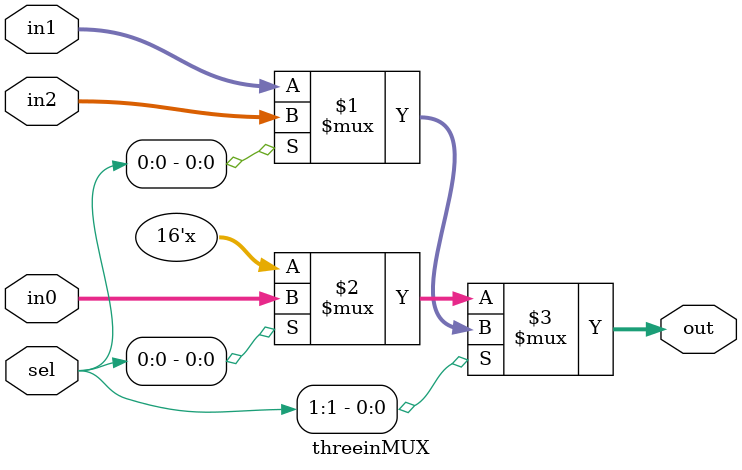
<source format=v>
module threeinMUX#(parameter W = 16)
(
 input [W-1:0] in0, in1, in2,
 input [1:0] sel,
 output [W-1:0] out
);
//wire [W-1:0] X;
//assign X = ;
assign out = sel[1]? (sel[0]?in2:in1) : (sel[0]?in0:16'bX);
endmodule 

</source>
